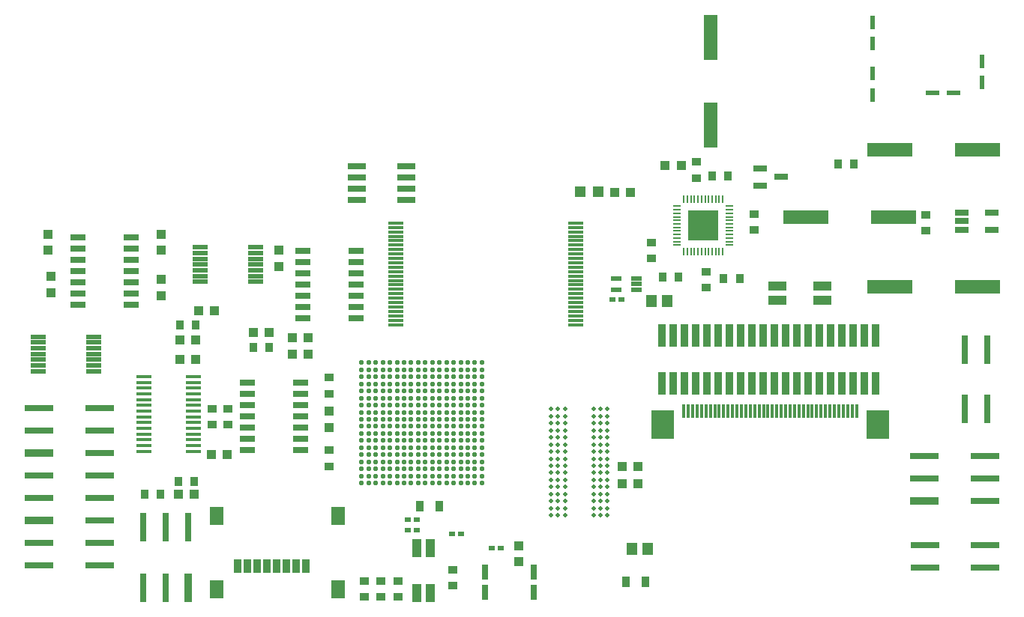
<source format=gtp>
G04 Layer_Color=8421504*
%FSLAX44Y44*%
%MOMM*%
G71*
G01*
G75*
%ADD18R,1.2000X1.2000*%
%ADD22R,3.2000X0.8000*%
%ADD24R,1.7000X0.7000*%
%ADD25R,0.8000X3.2000*%
%ADD28R,0.6000X1.5000*%
%ADD34R,1.5000X0.7000*%
%ADD37R,2.0000X0.7000*%
%ADD38R,1.5000X0.6000*%
%ADD72C,0.5000*%
%ADD113R,0.8000X1.7000*%
%ADD114R,0.6500X0.5500*%
%ADD115R,1.2430X1.3700*%
%ADD116R,1.1000X1.1000*%
%ADD117R,1.1000X2.1000*%
%ADD118R,1.1000X0.9000*%
%ADD119R,0.9000X1.1000*%
%ADD120R,1.1000X1.1000*%
%ADD121R,2.1000X1.1000*%
%ADD122R,3.3000X0.9000*%
%ADD123R,1.7000X0.4500*%
%ADD124R,0.9000X3.3000*%
%ADD125R,5.1000X1.6000*%
%ADD126R,1.6000X5.1000*%
%ADD127R,2.6000X3.3000*%
%ADD128R,0.4000X1.6000*%
%ADD129R,0.9000X1.6000*%
%ADD130R,1.5500X2.1000*%
%ADD131R,1.5000X0.8000*%
%ADD132R,0.9000X2.6000*%
%ADD133R,1.8000X0.5000*%
%ADD134R,0.9000X1.3000*%
%ADD135R,1.8000X0.4000*%
%ADD136R,1.3000X0.5000*%
%ADD137R,0.9500X0.2900*%
%ADD138R,0.2900X0.9500*%
%ADD139C,0.5500*%
G36*
X1074750Y1094250D02*
X1066750D01*
Y1095750D01*
X1074750D01*
Y1094250D01*
D02*
G37*
G36*
X1058000Y1096001D02*
X1024000Y1096000D01*
X1024000Y1130000D01*
X1058000D01*
Y1096001D01*
D02*
G37*
G36*
X1015250Y1098250D02*
X1007250D01*
Y1099750D01*
X1015250D01*
Y1098250D01*
D02*
G37*
G36*
Y1090250D02*
X1007250D01*
Y1091750D01*
X1015250D01*
Y1090250D01*
D02*
G37*
G36*
X1074750D02*
X1066750D01*
Y1091750D01*
X1074750D01*
Y1090250D01*
D02*
G37*
G36*
X1015250Y1094250D02*
X1007250D01*
Y1095750D01*
X1015250D01*
Y1094250D01*
D02*
G37*
G36*
Y1106250D02*
X1007250D01*
Y1107750D01*
X1015250D01*
Y1106250D01*
D02*
G37*
G36*
X1074750D02*
X1066750D01*
Y1107750D01*
X1074750D01*
Y1106250D01*
D02*
G37*
G36*
X1015250Y1110250D02*
X1007250D01*
Y1111750D01*
X1015250D01*
Y1110250D01*
D02*
G37*
G36*
X1074750Y1098250D02*
X1066750D01*
Y1099750D01*
X1074750D01*
Y1098250D01*
D02*
G37*
G36*
X1015250Y1102250D02*
X1007250D01*
Y1103750D01*
X1015250D01*
Y1102250D01*
D02*
G37*
G36*
X1074750D02*
X1066750D01*
Y1103750D01*
X1074750D01*
Y1102250D01*
D02*
G37*
G36*
X1031750Y1079250D02*
X1030250D01*
Y1087250D01*
X1031750D01*
Y1079250D01*
D02*
G37*
G36*
X1035750D02*
X1034250D01*
Y1087250D01*
X1035750D01*
Y1079250D01*
D02*
G37*
G36*
X1039750D02*
X1038250D01*
Y1087250D01*
X1039750D01*
Y1079250D01*
D02*
G37*
G36*
X1019750D02*
X1018250D01*
Y1087250D01*
X1019750D01*
Y1079250D01*
D02*
G37*
G36*
X1023750D02*
X1022250D01*
Y1087250D01*
X1023750D01*
Y1079250D01*
D02*
G37*
G36*
X1027750D02*
X1026250D01*
Y1087250D01*
X1027750D01*
Y1079250D01*
D02*
G37*
G36*
X1055750D02*
X1054250D01*
Y1087250D01*
X1055750D01*
Y1079250D01*
D02*
G37*
G36*
X1059750D02*
X1058250D01*
Y1087250D01*
X1059750D01*
Y1079250D01*
D02*
G37*
G36*
X1063750D02*
X1062250D01*
Y1087250D01*
X1063750D01*
Y1079250D01*
D02*
G37*
G36*
X1043750D02*
X1042250D01*
Y1087250D01*
X1043750D01*
Y1079250D01*
D02*
G37*
G36*
X1047750D02*
X1046250D01*
Y1087250D01*
X1047750D01*
Y1079250D01*
D02*
G37*
G36*
X1051750D02*
X1050250D01*
Y1087250D01*
X1051750D01*
Y1079250D01*
D02*
G37*
G36*
X1074750Y1110250D02*
X1066750D01*
Y1111750D01*
X1074750D01*
Y1110250D01*
D02*
G37*
G36*
X1031750Y1138750D02*
X1030250D01*
Y1146750D01*
X1031750D01*
Y1138750D01*
D02*
G37*
G36*
X1035750D02*
X1034250D01*
Y1146750D01*
X1035750D01*
Y1138750D01*
D02*
G37*
G36*
X1039750D02*
X1038250D01*
Y1146750D01*
X1039750D01*
Y1138750D01*
D02*
G37*
G36*
X1019750D02*
X1018250D01*
Y1146750D01*
X1019750D01*
Y1138750D01*
D02*
G37*
G36*
X1023750D02*
X1022250D01*
Y1146750D01*
X1023750D01*
Y1138750D01*
D02*
G37*
G36*
X1027750D02*
X1026250D01*
Y1146750D01*
X1027750D01*
Y1138750D01*
D02*
G37*
G36*
X1055750D02*
X1054250D01*
Y1146750D01*
X1055750D01*
Y1138750D01*
D02*
G37*
G36*
X1059750D02*
X1058250D01*
Y1146750D01*
X1059750D01*
Y1138750D01*
D02*
G37*
G36*
X1063750D02*
X1062250D01*
Y1146750D01*
X1063750D01*
Y1138750D01*
D02*
G37*
G36*
X1043750D02*
X1042250D01*
Y1146750D01*
X1043750D01*
Y1138750D01*
D02*
G37*
G36*
X1047750D02*
X1046250D01*
Y1146750D01*
X1047750D01*
Y1138750D01*
D02*
G37*
G36*
X1051750D02*
X1050250D01*
Y1146750D01*
X1051750D01*
Y1138750D01*
D02*
G37*
G36*
X1074750Y1118250D02*
X1066750D01*
Y1119750D01*
X1074750D01*
Y1118250D01*
D02*
G37*
G36*
X1015250Y1122250D02*
X1007250D01*
Y1123750D01*
X1015250D01*
Y1122250D01*
D02*
G37*
G36*
X1074750D02*
X1066750D01*
Y1123750D01*
X1074750D01*
Y1122250D01*
D02*
G37*
G36*
X1015250Y1114250D02*
X1007250D01*
Y1115750D01*
X1015250D01*
Y1114250D01*
D02*
G37*
G36*
X1074750D02*
X1066750D01*
Y1115750D01*
X1074750D01*
Y1114250D01*
D02*
G37*
G36*
X1015250Y1118250D02*
X1007250D01*
Y1119750D01*
X1015250D01*
Y1118250D01*
D02*
G37*
G36*
X1074750Y1130250D02*
X1066750D01*
Y1131750D01*
X1074750D01*
Y1130250D01*
D02*
G37*
G36*
X1015250Y1134250D02*
X1007250D01*
Y1135750D01*
X1015250D01*
Y1134250D01*
D02*
G37*
G36*
X1074750D02*
X1066750D01*
Y1135750D01*
X1074750D01*
Y1134250D01*
D02*
G37*
G36*
Y1126250D02*
X1066750D01*
Y1127750D01*
X1074750D01*
Y1126250D01*
D02*
G37*
G36*
X1015250Y1126250D02*
X1007250D01*
Y1127750D01*
X1015250D01*
Y1126250D01*
D02*
G37*
G36*
Y1130250D02*
X1007250D01*
Y1131750D01*
X1015250D01*
Y1130250D01*
D02*
G37*
D18*
X922250Y1151250D02*
D03*
X902250D02*
D03*
D22*
X1290710Y827000D02*
D03*
Y852400D02*
D03*
X1359290Y801600D02*
D03*
Y827000D02*
D03*
Y852400D02*
D03*
X1291710Y751700D02*
D03*
Y726300D02*
D03*
X1359020D02*
D03*
Y751700D02*
D03*
X359290Y906900D02*
D03*
Y881500D02*
D03*
Y856100D02*
D03*
X290710Y906900D02*
D03*
Y881500D02*
D03*
Y805300D02*
D03*
Y830700D02*
D03*
X359290Y779900D02*
D03*
Y805300D02*
D03*
Y830700D02*
D03*
X290710Y729100D02*
D03*
Y754500D02*
D03*
X359290Y729100D02*
D03*
Y754500D02*
D03*
D24*
X586226Y935100D02*
D03*
Y922400D02*
D03*
Y909700D02*
D03*
Y897000D02*
D03*
Y884300D02*
D03*
Y871600D02*
D03*
Y858900D02*
D03*
X525774D02*
D03*
Y871600D02*
D03*
Y884300D02*
D03*
Y897000D02*
D03*
Y909700D02*
D03*
Y922400D02*
D03*
Y935100D02*
D03*
X334774Y1100100D02*
D03*
Y1087400D02*
D03*
Y1074700D02*
D03*
Y1062000D02*
D03*
Y1049300D02*
D03*
Y1036600D02*
D03*
Y1023900D02*
D03*
X395226D02*
D03*
Y1036600D02*
D03*
Y1049300D02*
D03*
Y1062000D02*
D03*
Y1074700D02*
D03*
Y1087400D02*
D03*
Y1100100D02*
D03*
X588774Y1084100D02*
D03*
Y1071400D02*
D03*
Y1058700D02*
D03*
Y1046000D02*
D03*
Y1033300D02*
D03*
Y1020600D02*
D03*
Y1007900D02*
D03*
X649226D02*
D03*
Y1020600D02*
D03*
Y1033300D02*
D03*
Y1046000D02*
D03*
Y1058700D02*
D03*
Y1071400D02*
D03*
Y1084100D02*
D03*
D25*
X1336300Y973020D02*
D03*
X1361700D02*
D03*
Y905710D02*
D03*
X1336300D02*
D03*
X408600Y772290D02*
D03*
X434000D02*
D03*
X459400D02*
D03*
X408600Y703710D02*
D03*
X434000D02*
D03*
D28*
X1232000Y1260992D02*
D03*
Y1285008D02*
D03*
Y1318992D02*
D03*
Y1343008D02*
D03*
X1356000Y1274992D02*
D03*
Y1299008D02*
D03*
D34*
X1105443Y1177525D02*
D03*
Y1158475D02*
D03*
X1128557Y1168000D02*
D03*
D37*
X705940Y1142300D02*
D03*
Y1155000D02*
D03*
Y1167700D02*
D03*
Y1180400D02*
D03*
X650060D02*
D03*
Y1167700D02*
D03*
Y1155000D02*
D03*
Y1142300D02*
D03*
D38*
X1324008Y1263000D02*
D03*
X1299992D02*
D03*
D72*
X916798Y833552D02*
D03*
Y841552D02*
D03*
X884798Y857552D02*
D03*
Y865552D02*
D03*
X868798Y905552D02*
D03*
Y897552D02*
D03*
Y889552D02*
D03*
Y881552D02*
D03*
Y873552D02*
D03*
Y865552D02*
D03*
Y857552D02*
D03*
Y849552D02*
D03*
Y841552D02*
D03*
Y833552D02*
D03*
Y825552D02*
D03*
Y817552D02*
D03*
Y809552D02*
D03*
Y801552D02*
D03*
Y793552D02*
D03*
Y785552D02*
D03*
X876798Y905552D02*
D03*
Y897552D02*
D03*
Y889552D02*
D03*
Y881552D02*
D03*
Y873552D02*
D03*
Y865552D02*
D03*
Y857552D02*
D03*
Y849552D02*
D03*
Y841552D02*
D03*
Y833552D02*
D03*
Y825552D02*
D03*
Y817552D02*
D03*
Y809552D02*
D03*
Y801552D02*
D03*
Y793552D02*
D03*
Y785552D02*
D03*
X884798Y905552D02*
D03*
Y897552D02*
D03*
Y889552D02*
D03*
Y881552D02*
D03*
Y873552D02*
D03*
Y849552D02*
D03*
Y841552D02*
D03*
Y833552D02*
D03*
Y825552D02*
D03*
Y817552D02*
D03*
Y809552D02*
D03*
Y801552D02*
D03*
Y793552D02*
D03*
Y785552D02*
D03*
X916798Y905552D02*
D03*
Y897552D02*
D03*
Y889552D02*
D03*
Y881552D02*
D03*
Y873552D02*
D03*
Y865552D02*
D03*
Y857552D02*
D03*
Y849552D02*
D03*
Y825552D02*
D03*
Y817552D02*
D03*
Y809552D02*
D03*
Y801552D02*
D03*
Y793552D02*
D03*
Y785552D02*
D03*
X924798Y905552D02*
D03*
Y897552D02*
D03*
Y889552D02*
D03*
Y881552D02*
D03*
Y873552D02*
D03*
Y865552D02*
D03*
Y857552D02*
D03*
Y849552D02*
D03*
Y833552D02*
D03*
Y825552D02*
D03*
Y817552D02*
D03*
Y809552D02*
D03*
Y801552D02*
D03*
Y793552D02*
D03*
Y785552D02*
D03*
X932798Y905552D02*
D03*
Y897552D02*
D03*
Y889552D02*
D03*
Y881552D02*
D03*
Y873552D02*
D03*
Y865552D02*
D03*
Y857552D02*
D03*
Y849552D02*
D03*
Y841552D02*
D03*
Y833552D02*
D03*
Y825552D02*
D03*
Y817552D02*
D03*
Y809552D02*
D03*
Y801552D02*
D03*
Y793552D02*
D03*
Y785552D02*
D03*
X924798Y841552D02*
D03*
D113*
X794500Y698500D02*
D03*
X849500D02*
D03*
X794500Y721500D02*
D03*
X849500D02*
D03*
D114*
X948330Y1029250D02*
D03*
X938170D02*
D03*
X811830Y748250D02*
D03*
X801670D02*
D03*
X756920Y764250D02*
D03*
X767080D02*
D03*
X717000Y769000D02*
D03*
X706840D02*
D03*
X716987Y780435D02*
D03*
X706827D02*
D03*
D115*
X1000449Y1028127D02*
D03*
X982669D02*
D03*
X977949Y747127D02*
D03*
X960169D02*
D03*
D116*
X967100Y821500D02*
D03*
X949100D02*
D03*
X958750Y1150500D02*
D03*
X940750D02*
D03*
X448000Y809000D02*
D03*
X466000D02*
D03*
X577000Y968000D02*
D03*
X595000D02*
D03*
X577000Y986000D02*
D03*
X595000D02*
D03*
X450000Y962000D02*
D03*
X468000D02*
D03*
X485000Y854000D02*
D03*
X503000D02*
D03*
X998000Y1181000D02*
D03*
X1016000D02*
D03*
X471000Y1017000D02*
D03*
X489000D02*
D03*
X533000Y992000D02*
D03*
X551000D02*
D03*
X450000Y984000D02*
D03*
X468000D02*
D03*
X967300Y840500D02*
D03*
X949300D02*
D03*
D117*
X717000Y697600D02*
D03*
X733000D02*
D03*
X717000Y748400D02*
D03*
X733000D02*
D03*
D118*
X758000Y706000D02*
D03*
Y724000D02*
D03*
X1044000Y1043000D02*
D03*
Y1061000D02*
D03*
X1098000Y1126000D02*
D03*
Y1108000D02*
D03*
X618000Y923000D02*
D03*
Y941000D02*
D03*
Y859000D02*
D03*
Y841000D02*
D03*
X504000Y888000D02*
D03*
Y906000D02*
D03*
X486000Y888000D02*
D03*
Y906000D02*
D03*
X1292000Y1107000D02*
D03*
Y1125000D02*
D03*
X1033000Y1167000D02*
D03*
Y1185000D02*
D03*
X982000Y1094000D02*
D03*
Y1076000D02*
D03*
X658000Y693000D02*
D03*
Y711000D02*
D03*
X677000Y693000D02*
D03*
Y711000D02*
D03*
X696000Y693000D02*
D03*
Y711000D02*
D03*
D119*
X1082000Y1053000D02*
D03*
X1064000D02*
D03*
X1051000Y1169000D02*
D03*
X1069000D02*
D03*
X428000Y809000D02*
D03*
X410000D02*
D03*
X466000Y824000D02*
D03*
X448000D02*
D03*
X1193000Y1183000D02*
D03*
X1211000D02*
D03*
X1013000Y1055000D02*
D03*
X995000D02*
D03*
X551000Y975000D02*
D03*
X533000D02*
D03*
X468000Y1001000D02*
D03*
X450000D02*
D03*
D120*
X618000Y885000D02*
D03*
Y903000D02*
D03*
X562000Y1085000D02*
D03*
Y1067000D02*
D03*
X304500Y1055500D02*
D03*
Y1037500D02*
D03*
X429000Y1085000D02*
D03*
Y1103000D02*
D03*
X301000Y1085000D02*
D03*
Y1103000D02*
D03*
X429000Y1052000D02*
D03*
Y1034000D02*
D03*
X832250Y750750D02*
D03*
Y732750D02*
D03*
D121*
X1124600Y1045000D02*
D03*
Y1029000D02*
D03*
X1175400Y1045000D02*
D03*
Y1029000D02*
D03*
D122*
X1290710Y801600D02*
D03*
X290710Y856100D02*
D03*
Y779900D02*
D03*
D123*
X465000Y922750D02*
D03*
Y935750D02*
D03*
Y942250D02*
D03*
Y929250D02*
D03*
Y870750D02*
D03*
Y883750D02*
D03*
Y890250D02*
D03*
Y877250D02*
D03*
Y903250D02*
D03*
Y916250D02*
D03*
Y909750D02*
D03*
Y896750D02*
D03*
Y864250D02*
D03*
Y857750D02*
D03*
X409000Y935750D02*
D03*
Y922750D02*
D03*
Y909750D02*
D03*
Y896750D02*
D03*
Y903250D02*
D03*
Y916250D02*
D03*
Y929250D02*
D03*
Y942250D02*
D03*
Y883750D02*
D03*
Y870750D02*
D03*
Y857750D02*
D03*
Y864250D02*
D03*
Y877250D02*
D03*
Y890250D02*
D03*
D124*
X459400Y703710D02*
D03*
D125*
X1255530Y1123000D02*
D03*
X1156470D02*
D03*
X1251470Y1044000D02*
D03*
X1350530D02*
D03*
X1251470Y1199000D02*
D03*
X1350530D02*
D03*
D126*
X1049000Y1227000D02*
D03*
Y1326060D02*
D03*
D127*
X1238130Y887760D02*
D03*
X994870D02*
D03*
D128*
X1214000Y903000D02*
D03*
X1209000D02*
D03*
X1204000D02*
D03*
X1199000D02*
D03*
X1194000D02*
D03*
X1189000D02*
D03*
X1184000D02*
D03*
X1179000D02*
D03*
X1174000D02*
D03*
X1169000D02*
D03*
X1164000D02*
D03*
X1159000D02*
D03*
X1154000D02*
D03*
X1149000D02*
D03*
X1144000D02*
D03*
X1139000D02*
D03*
X1134000D02*
D03*
X1129000D02*
D03*
X1124000D02*
D03*
X1119000D02*
D03*
X1114000D02*
D03*
X1109000D02*
D03*
X1104000D02*
D03*
X1099000D02*
D03*
X1094000D02*
D03*
X1089000D02*
D03*
X1084000D02*
D03*
X1079000D02*
D03*
X1074000D02*
D03*
X1069000D02*
D03*
X1064000D02*
D03*
X1059000D02*
D03*
X1054000D02*
D03*
X1049000D02*
D03*
X1044000D02*
D03*
X1039000D02*
D03*
X1034000D02*
D03*
X1029000D02*
D03*
X1024000D02*
D03*
X1019000D02*
D03*
D129*
X570000Y728000D02*
D03*
X526000D02*
D03*
X537000D02*
D03*
X559000D02*
D03*
X548000D02*
D03*
X581000D02*
D03*
X515000D02*
D03*
X592000D02*
D03*
D130*
X628750Y785000D02*
D03*
X491250D02*
D03*
Y702000D02*
D03*
X628750D02*
D03*
D131*
X1366770Y1127500D02*
D03*
Y1108500D02*
D03*
X1333230D02*
D03*
Y1118000D02*
D03*
Y1127500D02*
D03*
D132*
X1235900Y935000D02*
D03*
Y989000D02*
D03*
X1223200D02*
D03*
Y935000D02*
D03*
X1185100Y989000D02*
D03*
X1210500D02*
D03*
X1197800D02*
D03*
X1172400D02*
D03*
X1159700D02*
D03*
X1147000D02*
D03*
X1134300D02*
D03*
X1121600D02*
D03*
X1108900D02*
D03*
X1096200D02*
D03*
X1083500D02*
D03*
X1070800D02*
D03*
X1058100D02*
D03*
X1045400D02*
D03*
X1032700D02*
D03*
X1020000D02*
D03*
X1007300D02*
D03*
X994600D02*
D03*
X1007300Y935000D02*
D03*
X1020000D02*
D03*
X1032700D02*
D03*
X1045400D02*
D03*
X1058100D02*
D03*
X1070800D02*
D03*
X1083500D02*
D03*
X1096200D02*
D03*
X1108900D02*
D03*
X1121600D02*
D03*
X1134300D02*
D03*
X1147000D02*
D03*
X1159700D02*
D03*
X1172400D02*
D03*
X1185100D02*
D03*
X1210500D02*
D03*
X1197800D02*
D03*
X994600D02*
D03*
D133*
X289758Y948500D02*
D03*
Y955000D02*
D03*
Y961500D02*
D03*
Y968000D02*
D03*
Y974500D02*
D03*
Y981000D02*
D03*
Y987500D02*
D03*
X352242Y987500D02*
D03*
Y981000D02*
D03*
Y974500D02*
D03*
Y968000D02*
D03*
Y961500D02*
D03*
Y955000D02*
D03*
Y948500D02*
D03*
X472758Y1049500D02*
D03*
Y1056000D02*
D03*
Y1062500D02*
D03*
Y1069000D02*
D03*
Y1075500D02*
D03*
Y1082000D02*
D03*
Y1088500D02*
D03*
X535242Y1088500D02*
D03*
Y1082000D02*
D03*
Y1075500D02*
D03*
Y1069000D02*
D03*
Y1062500D02*
D03*
Y1056000D02*
D03*
Y1049500D02*
D03*
D134*
X743000Y796000D02*
D03*
X721000D02*
D03*
X976000Y710127D02*
D03*
X954000D02*
D03*
D135*
X694000Y1116000D02*
D03*
Y1111000D02*
D03*
Y1106000D02*
D03*
Y1101000D02*
D03*
Y1096000D02*
D03*
Y1091000D02*
D03*
Y1086000D02*
D03*
Y1081000D02*
D03*
Y1076000D02*
D03*
Y1071000D02*
D03*
Y1066000D02*
D03*
Y1061000D02*
D03*
Y1056000D02*
D03*
Y1051000D02*
D03*
Y1046000D02*
D03*
Y1041000D02*
D03*
Y1036000D02*
D03*
Y1031000D02*
D03*
Y1026000D02*
D03*
Y1021000D02*
D03*
Y1016000D02*
D03*
Y1011000D02*
D03*
Y1006000D02*
D03*
Y1001000D02*
D03*
X897000Y1116000D02*
D03*
Y1111000D02*
D03*
Y1106000D02*
D03*
Y1101000D02*
D03*
Y1096000D02*
D03*
Y1091000D02*
D03*
Y1086000D02*
D03*
Y1081000D02*
D03*
Y1076000D02*
D03*
Y1071000D02*
D03*
Y1066000D02*
D03*
Y1061000D02*
D03*
Y1056000D02*
D03*
Y1051000D02*
D03*
Y1046000D02*
D03*
Y1041000D02*
D03*
Y1036000D02*
D03*
Y1031000D02*
D03*
Y1026000D02*
D03*
Y1021000D02*
D03*
Y1016000D02*
D03*
Y1011000D02*
D03*
Y1006000D02*
D03*
Y1001000D02*
D03*
D136*
X942348Y1040500D02*
D03*
Y1053500D02*
D03*
X965652D02*
D03*
Y1047000D02*
D03*
Y1040500D02*
D03*
D137*
X1011250Y1135000D02*
D03*
Y1131000D02*
D03*
Y1127000D02*
D03*
Y1123000D02*
D03*
Y1119000D02*
D03*
Y1115000D02*
D03*
Y1111000D02*
D03*
Y1107000D02*
D03*
Y1103000D02*
D03*
Y1099000D02*
D03*
Y1095000D02*
D03*
Y1091000D02*
D03*
X1070750D02*
D03*
Y1095000D02*
D03*
Y1099000D02*
D03*
Y1103000D02*
D03*
Y1107000D02*
D03*
Y1111000D02*
D03*
Y1115000D02*
D03*
Y1119000D02*
D03*
Y1123000D02*
D03*
Y1127000D02*
D03*
Y1131000D02*
D03*
Y1135000D02*
D03*
D138*
X1019000Y1083250D02*
D03*
X1023000D02*
D03*
X1027000D02*
D03*
X1031000D02*
D03*
X1035000D02*
D03*
X1039000D02*
D03*
X1043000D02*
D03*
X1047000D02*
D03*
X1051000D02*
D03*
X1055000D02*
D03*
X1059000D02*
D03*
X1063000D02*
D03*
Y1142750D02*
D03*
X1059000D02*
D03*
X1055000D02*
D03*
X1051000D02*
D03*
X1047000D02*
D03*
X1043000D02*
D03*
X1039000D02*
D03*
X1035000D02*
D03*
X1031000D02*
D03*
X1027000D02*
D03*
X1023000D02*
D03*
X1019000D02*
D03*
D139*
X655000Y958000D02*
D03*
X663000D02*
D03*
X671000D02*
D03*
X679000D02*
D03*
X687000D02*
D03*
X695000D02*
D03*
X703000D02*
D03*
X711000D02*
D03*
X719000D02*
D03*
X727000D02*
D03*
X735000D02*
D03*
X743000D02*
D03*
X751000D02*
D03*
X759000D02*
D03*
X767000D02*
D03*
X775000D02*
D03*
X783000D02*
D03*
X791000D02*
D03*
X655000Y950000D02*
D03*
X663000D02*
D03*
X671000D02*
D03*
X679000D02*
D03*
X687000D02*
D03*
X695000D02*
D03*
X703000D02*
D03*
X711000D02*
D03*
X719000D02*
D03*
X727000D02*
D03*
X735000D02*
D03*
X743000D02*
D03*
X751000D02*
D03*
X759000D02*
D03*
X767000D02*
D03*
X775000D02*
D03*
X783000D02*
D03*
X791000D02*
D03*
X655000Y942000D02*
D03*
X663000D02*
D03*
X671000D02*
D03*
X679000D02*
D03*
X687000D02*
D03*
X695000D02*
D03*
X703000D02*
D03*
X711000D02*
D03*
X719000D02*
D03*
X727000D02*
D03*
X735000D02*
D03*
X743000D02*
D03*
X751000D02*
D03*
X759000D02*
D03*
X767000D02*
D03*
X775000D02*
D03*
X783000D02*
D03*
X791000D02*
D03*
X655000Y934000D02*
D03*
X663000D02*
D03*
X671000D02*
D03*
X679000D02*
D03*
X687000D02*
D03*
X695000D02*
D03*
X703000D02*
D03*
X711000D02*
D03*
X719000D02*
D03*
X727000D02*
D03*
X735000D02*
D03*
X743000D02*
D03*
X751000D02*
D03*
X759000D02*
D03*
X767000D02*
D03*
X775000D02*
D03*
X783000D02*
D03*
X791000D02*
D03*
X655000Y926000D02*
D03*
X663000D02*
D03*
X671000D02*
D03*
X679000D02*
D03*
X687000D02*
D03*
X695000D02*
D03*
X703000D02*
D03*
X711000D02*
D03*
X719000D02*
D03*
X727000D02*
D03*
X735000D02*
D03*
X743000D02*
D03*
X751000D02*
D03*
X759000D02*
D03*
X767000D02*
D03*
X775000D02*
D03*
X783000D02*
D03*
X791000D02*
D03*
X655000Y918000D02*
D03*
X663000D02*
D03*
X671000D02*
D03*
X679000D02*
D03*
X687000D02*
D03*
X695000D02*
D03*
X703000D02*
D03*
X711000D02*
D03*
X719000D02*
D03*
X727000D02*
D03*
X735000D02*
D03*
X743000D02*
D03*
X751000D02*
D03*
X759000D02*
D03*
X767000D02*
D03*
X775000D02*
D03*
X783000D02*
D03*
X791000D02*
D03*
X655000Y910000D02*
D03*
X663000D02*
D03*
X671000D02*
D03*
X679000D02*
D03*
X687000D02*
D03*
X695000D02*
D03*
X703000D02*
D03*
X711000D02*
D03*
X719000D02*
D03*
X727000D02*
D03*
X735000D02*
D03*
X743000D02*
D03*
X751000D02*
D03*
X759000D02*
D03*
X767000D02*
D03*
X775000D02*
D03*
X783000D02*
D03*
X791000D02*
D03*
X655000Y902000D02*
D03*
X663000D02*
D03*
X671000D02*
D03*
X679000D02*
D03*
X687000D02*
D03*
X695000D02*
D03*
X703000D02*
D03*
X711000D02*
D03*
X719000D02*
D03*
X727000D02*
D03*
X735000D02*
D03*
X743000D02*
D03*
X751000D02*
D03*
X759000D02*
D03*
X767000D02*
D03*
X775000D02*
D03*
X783000D02*
D03*
X791000D02*
D03*
X655000Y894000D02*
D03*
X663000D02*
D03*
X671000D02*
D03*
X679000D02*
D03*
X687000D02*
D03*
X695000D02*
D03*
X703000D02*
D03*
X711000D02*
D03*
X719000D02*
D03*
X727000D02*
D03*
X735000D02*
D03*
X743000D02*
D03*
X751000D02*
D03*
X759000D02*
D03*
X767000D02*
D03*
X775000D02*
D03*
X783000D02*
D03*
X791000D02*
D03*
X655000Y886000D02*
D03*
X663000D02*
D03*
X671000D02*
D03*
X679000D02*
D03*
X687000D02*
D03*
X695000D02*
D03*
X703000D02*
D03*
X711000D02*
D03*
X719000D02*
D03*
X727000D02*
D03*
X735000D02*
D03*
X743000D02*
D03*
X751000D02*
D03*
X759000D02*
D03*
X767000D02*
D03*
X775000D02*
D03*
X783000D02*
D03*
X791000D02*
D03*
X655000Y878000D02*
D03*
X663000D02*
D03*
X671000D02*
D03*
X679000D02*
D03*
X687000D02*
D03*
X695000D02*
D03*
X703000D02*
D03*
X711000D02*
D03*
X719000D02*
D03*
X727000D02*
D03*
X735000D02*
D03*
X743000D02*
D03*
X751000D02*
D03*
X759000D02*
D03*
X767000D02*
D03*
X775000D02*
D03*
X783000D02*
D03*
X791000D02*
D03*
X655000Y870000D02*
D03*
X663000D02*
D03*
X671000D02*
D03*
X679000D02*
D03*
X687000D02*
D03*
X695000D02*
D03*
X703000D02*
D03*
X711000D02*
D03*
X719000D02*
D03*
X727000D02*
D03*
X735000D02*
D03*
X743000D02*
D03*
X751000D02*
D03*
X759000D02*
D03*
X767000D02*
D03*
X775000D02*
D03*
X783000D02*
D03*
X791000D02*
D03*
X655000Y862000D02*
D03*
X663000D02*
D03*
X671000D02*
D03*
X679000D02*
D03*
X687000D02*
D03*
X695000D02*
D03*
X703000D02*
D03*
X711000D02*
D03*
X719000D02*
D03*
X727000D02*
D03*
X735000D02*
D03*
X743000D02*
D03*
X751000D02*
D03*
X759000D02*
D03*
X767000D02*
D03*
X775000D02*
D03*
X783000D02*
D03*
X791000D02*
D03*
X655000Y854000D02*
D03*
X663000D02*
D03*
X671000D02*
D03*
X679000D02*
D03*
X687000D02*
D03*
X695000D02*
D03*
X703000D02*
D03*
X711000D02*
D03*
X719000D02*
D03*
X727000D02*
D03*
X735000D02*
D03*
X743000D02*
D03*
X751000D02*
D03*
X759000D02*
D03*
X767000D02*
D03*
X775000D02*
D03*
X783000D02*
D03*
X791000D02*
D03*
X655000Y846000D02*
D03*
X663000D02*
D03*
X671000D02*
D03*
X679000D02*
D03*
X687000D02*
D03*
X695000D02*
D03*
X703000D02*
D03*
X711000D02*
D03*
X719000D02*
D03*
X727000D02*
D03*
X735000D02*
D03*
X743000D02*
D03*
X751000D02*
D03*
X759000D02*
D03*
X767000D02*
D03*
X775000D02*
D03*
X783000D02*
D03*
X791000D02*
D03*
X655000Y838000D02*
D03*
X663000D02*
D03*
X671000D02*
D03*
X679000D02*
D03*
X687000D02*
D03*
X695000D02*
D03*
X703000D02*
D03*
X711000D02*
D03*
X719000D02*
D03*
X727000D02*
D03*
X735000D02*
D03*
X743000D02*
D03*
X751000D02*
D03*
X759000D02*
D03*
X767000D02*
D03*
X775000D02*
D03*
X783000D02*
D03*
X791000D02*
D03*
X655000Y830000D02*
D03*
X663000D02*
D03*
X671000D02*
D03*
X679000D02*
D03*
X687000D02*
D03*
X695000D02*
D03*
X703000D02*
D03*
X711000D02*
D03*
X719000D02*
D03*
X727000D02*
D03*
X735000D02*
D03*
X743000D02*
D03*
X751000D02*
D03*
X759000D02*
D03*
X767000D02*
D03*
X775000D02*
D03*
X783000D02*
D03*
X791000D02*
D03*
X655000Y822000D02*
D03*
X663000D02*
D03*
X671000D02*
D03*
X679000D02*
D03*
X687000D02*
D03*
X695000D02*
D03*
X703000D02*
D03*
X711000D02*
D03*
X719000D02*
D03*
X727000D02*
D03*
X735000D02*
D03*
X743000D02*
D03*
X751000D02*
D03*
X759000D02*
D03*
X767000D02*
D03*
X775000D02*
D03*
X783000D02*
D03*
X791000D02*
D03*
M02*

</source>
